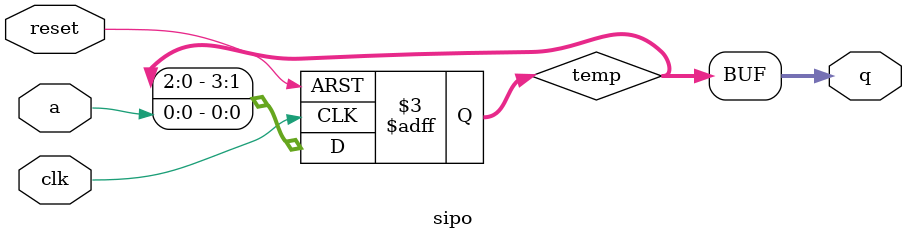
<source format=v>
`timescale 1ns / 1ps

module sipo(
    input clk,
    input reset,
    input a,
    output [3:0] q
);

    reg [3:0] temp;

    always @(posedge clk or posedge reset) begin
        if (reset) begin
            temp <= 4'b0000;
        end else begin
            temp <= temp << 1;
            temp[0] <= a;
        end
    end

    assign q = temp;

endmodule

</source>
